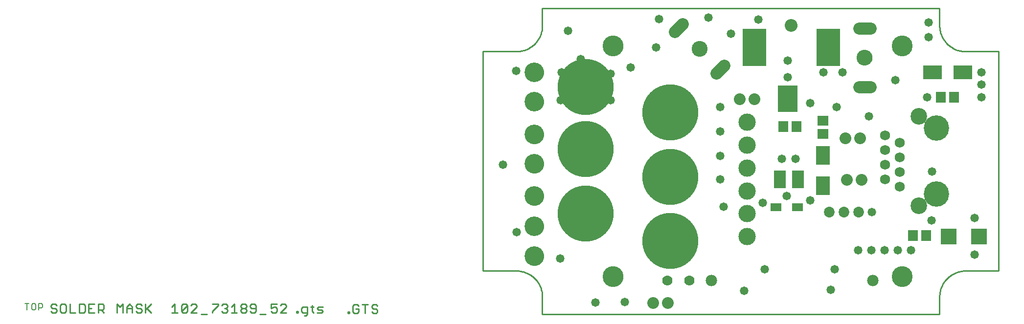
<source format=gts>
G75*
%MOIN*%
%OFA0B0*%
%FSLAX24Y24*%
%IPPOS*%
%LPD*%
%AMOC8*
5,1,8,0,0,1.08239X$1,22.5*
%
%ADD10C,0.0000*%
%ADD11C,0.1330*%
%ADD12C,0.0110*%
%ADD13C,0.0080*%
%ADD14C,0.0680*%
%ADD15C,0.1730*%
%ADD16C,0.1130*%
%ADD17C,0.1180*%
%ADD18C,0.0100*%
%ADD19C,0.1419*%
%ADD20R,0.0810X0.1210*%
%ADD21R,0.0946X0.1264*%
%ADD22R,0.0720X0.0680*%
%ADD23R,0.0680X0.0720*%
%ADD24C,0.3830*%
%ADD25C,0.0800*%
%ADD26C,0.0830*%
%ADD27C,0.1080*%
%ADD28R,0.1264X0.0946*%
%ADD29C,0.0780*%
%ADD30R,0.1615X0.2521*%
%ADD31R,0.1379X0.1812*%
%ADD32C,0.0867*%
%ADD33R,0.1080X0.1064*%
%ADD34C,0.0700*%
%ADD35R,0.0769X0.0580*%
%ADD36C,0.0730*%
%ADD37C,0.0580*%
D10*
X042875Y023950D02*
X042877Y024000D01*
X042883Y024049D01*
X042893Y024098D01*
X042906Y024145D01*
X042924Y024192D01*
X042945Y024237D01*
X042969Y024280D01*
X042997Y024321D01*
X043028Y024360D01*
X043062Y024396D01*
X043099Y024430D01*
X043139Y024460D01*
X043180Y024487D01*
X043224Y024511D01*
X043269Y024531D01*
X043316Y024547D01*
X043364Y024560D01*
X043413Y024569D01*
X043463Y024574D01*
X043512Y024575D01*
X043562Y024572D01*
X043611Y024565D01*
X043660Y024554D01*
X043707Y024540D01*
X043753Y024521D01*
X043798Y024499D01*
X043841Y024474D01*
X043881Y024445D01*
X043919Y024413D01*
X043955Y024379D01*
X043988Y024341D01*
X044017Y024301D01*
X044043Y024259D01*
X044066Y024215D01*
X044085Y024169D01*
X044101Y024122D01*
X044113Y024073D01*
X044121Y024024D01*
X044125Y023975D01*
X044125Y023925D01*
X044121Y023876D01*
X044113Y023827D01*
X044101Y023778D01*
X044085Y023731D01*
X044066Y023685D01*
X044043Y023641D01*
X044017Y023599D01*
X043988Y023559D01*
X043955Y023521D01*
X043919Y023487D01*
X043881Y023455D01*
X043841Y023426D01*
X043798Y023401D01*
X043753Y023379D01*
X043707Y023360D01*
X043660Y023346D01*
X043611Y023335D01*
X043562Y023328D01*
X043512Y023325D01*
X043463Y023326D01*
X043413Y023331D01*
X043364Y023340D01*
X043316Y023353D01*
X043269Y023369D01*
X043224Y023389D01*
X043180Y023413D01*
X043139Y023440D01*
X043099Y023470D01*
X043062Y023504D01*
X043028Y023540D01*
X042997Y023579D01*
X042969Y023620D01*
X042945Y023663D01*
X042924Y023708D01*
X042906Y023755D01*
X042893Y023802D01*
X042883Y023851D01*
X042877Y023900D01*
X042875Y023950D01*
X042875Y026000D02*
X042877Y026050D01*
X042883Y026099D01*
X042893Y026148D01*
X042906Y026195D01*
X042924Y026242D01*
X042945Y026287D01*
X042969Y026330D01*
X042997Y026371D01*
X043028Y026410D01*
X043062Y026446D01*
X043099Y026480D01*
X043139Y026510D01*
X043180Y026537D01*
X043224Y026561D01*
X043269Y026581D01*
X043316Y026597D01*
X043364Y026610D01*
X043413Y026619D01*
X043463Y026624D01*
X043512Y026625D01*
X043562Y026622D01*
X043611Y026615D01*
X043660Y026604D01*
X043707Y026590D01*
X043753Y026571D01*
X043798Y026549D01*
X043841Y026524D01*
X043881Y026495D01*
X043919Y026463D01*
X043955Y026429D01*
X043988Y026391D01*
X044017Y026351D01*
X044043Y026309D01*
X044066Y026265D01*
X044085Y026219D01*
X044101Y026172D01*
X044113Y026123D01*
X044121Y026074D01*
X044125Y026025D01*
X044125Y025975D01*
X044121Y025926D01*
X044113Y025877D01*
X044101Y025828D01*
X044085Y025781D01*
X044066Y025735D01*
X044043Y025691D01*
X044017Y025649D01*
X043988Y025609D01*
X043955Y025571D01*
X043919Y025537D01*
X043881Y025505D01*
X043841Y025476D01*
X043798Y025451D01*
X043753Y025429D01*
X043707Y025410D01*
X043660Y025396D01*
X043611Y025385D01*
X043562Y025378D01*
X043512Y025375D01*
X043463Y025376D01*
X043413Y025381D01*
X043364Y025390D01*
X043316Y025403D01*
X043269Y025419D01*
X043224Y025439D01*
X043180Y025463D01*
X043139Y025490D01*
X043099Y025520D01*
X043062Y025554D01*
X043028Y025590D01*
X042997Y025629D01*
X042969Y025670D01*
X042945Y025713D01*
X042924Y025758D01*
X042906Y025805D01*
X042893Y025852D01*
X042883Y025901D01*
X042877Y025950D01*
X042875Y026000D01*
X042875Y028050D02*
X042877Y028100D01*
X042883Y028149D01*
X042893Y028198D01*
X042906Y028245D01*
X042924Y028292D01*
X042945Y028337D01*
X042969Y028380D01*
X042997Y028421D01*
X043028Y028460D01*
X043062Y028496D01*
X043099Y028530D01*
X043139Y028560D01*
X043180Y028587D01*
X043224Y028611D01*
X043269Y028631D01*
X043316Y028647D01*
X043364Y028660D01*
X043413Y028669D01*
X043463Y028674D01*
X043512Y028675D01*
X043562Y028672D01*
X043611Y028665D01*
X043660Y028654D01*
X043707Y028640D01*
X043753Y028621D01*
X043798Y028599D01*
X043841Y028574D01*
X043881Y028545D01*
X043919Y028513D01*
X043955Y028479D01*
X043988Y028441D01*
X044017Y028401D01*
X044043Y028359D01*
X044066Y028315D01*
X044085Y028269D01*
X044101Y028222D01*
X044113Y028173D01*
X044121Y028124D01*
X044125Y028075D01*
X044125Y028025D01*
X044121Y027976D01*
X044113Y027927D01*
X044101Y027878D01*
X044085Y027831D01*
X044066Y027785D01*
X044043Y027741D01*
X044017Y027699D01*
X043988Y027659D01*
X043955Y027621D01*
X043919Y027587D01*
X043881Y027555D01*
X043841Y027526D01*
X043798Y027501D01*
X043753Y027479D01*
X043707Y027460D01*
X043660Y027446D01*
X043611Y027435D01*
X043562Y027428D01*
X043512Y027425D01*
X043463Y027426D01*
X043413Y027431D01*
X043364Y027440D01*
X043316Y027453D01*
X043269Y027469D01*
X043224Y027489D01*
X043180Y027513D01*
X043139Y027540D01*
X043099Y027570D01*
X043062Y027604D01*
X043028Y027640D01*
X042997Y027679D01*
X042969Y027720D01*
X042945Y027763D01*
X042924Y027808D01*
X042906Y027855D01*
X042893Y027902D01*
X042883Y027951D01*
X042877Y028000D01*
X042875Y028050D01*
X042875Y030250D02*
X042877Y030300D01*
X042883Y030349D01*
X042893Y030398D01*
X042906Y030445D01*
X042924Y030492D01*
X042945Y030537D01*
X042969Y030580D01*
X042997Y030621D01*
X043028Y030660D01*
X043062Y030696D01*
X043099Y030730D01*
X043139Y030760D01*
X043180Y030787D01*
X043224Y030811D01*
X043269Y030831D01*
X043316Y030847D01*
X043364Y030860D01*
X043413Y030869D01*
X043463Y030874D01*
X043512Y030875D01*
X043562Y030872D01*
X043611Y030865D01*
X043660Y030854D01*
X043707Y030840D01*
X043753Y030821D01*
X043798Y030799D01*
X043841Y030774D01*
X043881Y030745D01*
X043919Y030713D01*
X043955Y030679D01*
X043988Y030641D01*
X044017Y030601D01*
X044043Y030559D01*
X044066Y030515D01*
X044085Y030469D01*
X044101Y030422D01*
X044113Y030373D01*
X044121Y030324D01*
X044125Y030275D01*
X044125Y030225D01*
X044121Y030176D01*
X044113Y030127D01*
X044101Y030078D01*
X044085Y030031D01*
X044066Y029985D01*
X044043Y029941D01*
X044017Y029899D01*
X043988Y029859D01*
X043955Y029821D01*
X043919Y029787D01*
X043881Y029755D01*
X043841Y029726D01*
X043798Y029701D01*
X043753Y029679D01*
X043707Y029660D01*
X043660Y029646D01*
X043611Y029635D01*
X043562Y029628D01*
X043512Y029625D01*
X043463Y029626D01*
X043413Y029631D01*
X043364Y029640D01*
X043316Y029653D01*
X043269Y029669D01*
X043224Y029689D01*
X043180Y029713D01*
X043139Y029740D01*
X043099Y029770D01*
X043062Y029804D01*
X043028Y029840D01*
X042997Y029879D01*
X042969Y029920D01*
X042945Y029963D01*
X042924Y030008D01*
X042906Y030055D01*
X042893Y030102D01*
X042883Y030151D01*
X042877Y030200D01*
X042875Y030250D01*
X042875Y032250D02*
X042877Y032300D01*
X042883Y032349D01*
X042893Y032398D01*
X042906Y032445D01*
X042924Y032492D01*
X042945Y032537D01*
X042969Y032580D01*
X042997Y032621D01*
X043028Y032660D01*
X043062Y032696D01*
X043099Y032730D01*
X043139Y032760D01*
X043180Y032787D01*
X043224Y032811D01*
X043269Y032831D01*
X043316Y032847D01*
X043364Y032860D01*
X043413Y032869D01*
X043463Y032874D01*
X043512Y032875D01*
X043562Y032872D01*
X043611Y032865D01*
X043660Y032854D01*
X043707Y032840D01*
X043753Y032821D01*
X043798Y032799D01*
X043841Y032774D01*
X043881Y032745D01*
X043919Y032713D01*
X043955Y032679D01*
X043988Y032641D01*
X044017Y032601D01*
X044043Y032559D01*
X044066Y032515D01*
X044085Y032469D01*
X044101Y032422D01*
X044113Y032373D01*
X044121Y032324D01*
X044125Y032275D01*
X044125Y032225D01*
X044121Y032176D01*
X044113Y032127D01*
X044101Y032078D01*
X044085Y032031D01*
X044066Y031985D01*
X044043Y031941D01*
X044017Y031899D01*
X043988Y031859D01*
X043955Y031821D01*
X043919Y031787D01*
X043881Y031755D01*
X043841Y031726D01*
X043798Y031701D01*
X043753Y031679D01*
X043707Y031660D01*
X043660Y031646D01*
X043611Y031635D01*
X043562Y031628D01*
X043512Y031625D01*
X043463Y031626D01*
X043413Y031631D01*
X043364Y031640D01*
X043316Y031653D01*
X043269Y031669D01*
X043224Y031689D01*
X043180Y031713D01*
X043139Y031740D01*
X043099Y031770D01*
X043062Y031804D01*
X043028Y031840D01*
X042997Y031879D01*
X042969Y031920D01*
X042945Y031963D01*
X042924Y032008D01*
X042906Y032055D01*
X042893Y032102D01*
X042883Y032151D01*
X042877Y032200D01*
X042875Y032250D01*
X042875Y034500D02*
X042877Y034550D01*
X042883Y034599D01*
X042893Y034648D01*
X042906Y034695D01*
X042924Y034742D01*
X042945Y034787D01*
X042969Y034830D01*
X042997Y034871D01*
X043028Y034910D01*
X043062Y034946D01*
X043099Y034980D01*
X043139Y035010D01*
X043180Y035037D01*
X043224Y035061D01*
X043269Y035081D01*
X043316Y035097D01*
X043364Y035110D01*
X043413Y035119D01*
X043463Y035124D01*
X043512Y035125D01*
X043562Y035122D01*
X043611Y035115D01*
X043660Y035104D01*
X043707Y035090D01*
X043753Y035071D01*
X043798Y035049D01*
X043841Y035024D01*
X043881Y034995D01*
X043919Y034963D01*
X043955Y034929D01*
X043988Y034891D01*
X044017Y034851D01*
X044043Y034809D01*
X044066Y034765D01*
X044085Y034719D01*
X044101Y034672D01*
X044113Y034623D01*
X044121Y034574D01*
X044125Y034525D01*
X044125Y034475D01*
X044121Y034426D01*
X044113Y034377D01*
X044101Y034328D01*
X044085Y034281D01*
X044066Y034235D01*
X044043Y034191D01*
X044017Y034149D01*
X043988Y034109D01*
X043955Y034071D01*
X043919Y034037D01*
X043881Y034005D01*
X043841Y033976D01*
X043798Y033951D01*
X043753Y033929D01*
X043707Y033910D01*
X043660Y033896D01*
X043611Y033885D01*
X043562Y033878D01*
X043512Y033875D01*
X043463Y033876D01*
X043413Y033881D01*
X043364Y033890D01*
X043316Y033903D01*
X043269Y033919D01*
X043224Y033939D01*
X043180Y033963D01*
X043139Y033990D01*
X043099Y034020D01*
X043062Y034054D01*
X043028Y034090D01*
X042997Y034129D01*
X042969Y034170D01*
X042945Y034213D01*
X042924Y034258D01*
X042906Y034305D01*
X042893Y034352D01*
X042883Y034401D01*
X042877Y034450D01*
X042875Y034500D01*
X042875Y036500D02*
X042877Y036550D01*
X042883Y036599D01*
X042893Y036648D01*
X042906Y036695D01*
X042924Y036742D01*
X042945Y036787D01*
X042969Y036830D01*
X042997Y036871D01*
X043028Y036910D01*
X043062Y036946D01*
X043099Y036980D01*
X043139Y037010D01*
X043180Y037037D01*
X043224Y037061D01*
X043269Y037081D01*
X043316Y037097D01*
X043364Y037110D01*
X043413Y037119D01*
X043463Y037124D01*
X043512Y037125D01*
X043562Y037122D01*
X043611Y037115D01*
X043660Y037104D01*
X043707Y037090D01*
X043753Y037071D01*
X043798Y037049D01*
X043841Y037024D01*
X043881Y036995D01*
X043919Y036963D01*
X043955Y036929D01*
X043988Y036891D01*
X044017Y036851D01*
X044043Y036809D01*
X044066Y036765D01*
X044085Y036719D01*
X044101Y036672D01*
X044113Y036623D01*
X044121Y036574D01*
X044125Y036525D01*
X044125Y036475D01*
X044121Y036426D01*
X044113Y036377D01*
X044101Y036328D01*
X044085Y036281D01*
X044066Y036235D01*
X044043Y036191D01*
X044017Y036149D01*
X043988Y036109D01*
X043955Y036071D01*
X043919Y036037D01*
X043881Y036005D01*
X043841Y035976D01*
X043798Y035951D01*
X043753Y035929D01*
X043707Y035910D01*
X043660Y035896D01*
X043611Y035885D01*
X043562Y035878D01*
X043512Y035875D01*
X043463Y035876D01*
X043413Y035881D01*
X043364Y035890D01*
X043316Y035903D01*
X043269Y035919D01*
X043224Y035939D01*
X043180Y035963D01*
X043139Y035990D01*
X043099Y036020D01*
X043062Y036054D01*
X043028Y036090D01*
X042997Y036129D01*
X042969Y036170D01*
X042945Y036213D01*
X042924Y036258D01*
X042906Y036305D01*
X042893Y036352D01*
X042883Y036401D01*
X042877Y036450D01*
X042875Y036500D01*
X048189Y038307D02*
X048191Y038358D01*
X048197Y038409D01*
X048207Y038459D01*
X048220Y038509D01*
X048238Y038557D01*
X048258Y038604D01*
X048283Y038649D01*
X048311Y038692D01*
X048342Y038733D01*
X048376Y038771D01*
X048413Y038806D01*
X048452Y038839D01*
X048494Y038869D01*
X048538Y038895D01*
X048584Y038917D01*
X048632Y038937D01*
X048681Y038952D01*
X048731Y038964D01*
X048781Y038972D01*
X048832Y038976D01*
X048884Y038976D01*
X048935Y038972D01*
X048985Y038964D01*
X049035Y038952D01*
X049084Y038937D01*
X049132Y038917D01*
X049178Y038895D01*
X049222Y038869D01*
X049264Y038839D01*
X049303Y038806D01*
X049340Y038771D01*
X049374Y038733D01*
X049405Y038692D01*
X049433Y038649D01*
X049458Y038604D01*
X049478Y038557D01*
X049496Y038509D01*
X049509Y038459D01*
X049519Y038409D01*
X049525Y038358D01*
X049527Y038307D01*
X049525Y038256D01*
X049519Y038205D01*
X049509Y038155D01*
X049496Y038105D01*
X049478Y038057D01*
X049458Y038010D01*
X049433Y037965D01*
X049405Y037922D01*
X049374Y037881D01*
X049340Y037843D01*
X049303Y037808D01*
X049264Y037775D01*
X049222Y037745D01*
X049178Y037719D01*
X049132Y037697D01*
X049084Y037677D01*
X049035Y037662D01*
X048985Y037650D01*
X048935Y037642D01*
X048884Y037638D01*
X048832Y037638D01*
X048781Y037642D01*
X048731Y037650D01*
X048681Y037662D01*
X048632Y037677D01*
X048584Y037697D01*
X048538Y037719D01*
X048494Y037745D01*
X048452Y037775D01*
X048413Y037808D01*
X048376Y037843D01*
X048342Y037881D01*
X048311Y037922D01*
X048283Y037965D01*
X048258Y038010D01*
X048238Y038057D01*
X048220Y038105D01*
X048207Y038155D01*
X048197Y038205D01*
X048191Y038256D01*
X048189Y038307D01*
X054250Y038100D02*
X054252Y038144D01*
X054258Y038188D01*
X054268Y038231D01*
X054281Y038273D01*
X054298Y038314D01*
X054319Y038353D01*
X054343Y038390D01*
X054370Y038425D01*
X054400Y038457D01*
X054433Y038487D01*
X054469Y038513D01*
X054506Y038537D01*
X054546Y038556D01*
X054587Y038573D01*
X054630Y038585D01*
X054673Y038594D01*
X054717Y038599D01*
X054761Y038600D01*
X054805Y038597D01*
X054849Y038590D01*
X054892Y038579D01*
X054934Y038565D01*
X054974Y038547D01*
X055013Y038525D01*
X055049Y038501D01*
X055083Y038473D01*
X055115Y038442D01*
X055144Y038408D01*
X055170Y038372D01*
X055192Y038334D01*
X055211Y038294D01*
X055226Y038252D01*
X055238Y038210D01*
X055246Y038166D01*
X055250Y038122D01*
X055250Y038078D01*
X055246Y038034D01*
X055238Y037990D01*
X055226Y037948D01*
X055211Y037906D01*
X055192Y037866D01*
X055170Y037828D01*
X055144Y037792D01*
X055115Y037758D01*
X055083Y037727D01*
X055049Y037699D01*
X055013Y037675D01*
X054974Y037653D01*
X054934Y037635D01*
X054892Y037621D01*
X054849Y037610D01*
X054805Y037603D01*
X054761Y037600D01*
X054717Y037601D01*
X054673Y037606D01*
X054630Y037615D01*
X054587Y037627D01*
X054546Y037644D01*
X054506Y037663D01*
X054469Y037687D01*
X054433Y037713D01*
X054400Y037743D01*
X054370Y037775D01*
X054343Y037810D01*
X054319Y037847D01*
X054298Y037886D01*
X054281Y037927D01*
X054268Y037969D01*
X054258Y038012D01*
X054252Y038056D01*
X054250Y038100D01*
X060606Y039700D02*
X060608Y039739D01*
X060614Y039778D01*
X060624Y039816D01*
X060637Y039853D01*
X060654Y039888D01*
X060674Y039922D01*
X060698Y039953D01*
X060725Y039982D01*
X060754Y040008D01*
X060786Y040031D01*
X060820Y040051D01*
X060856Y040067D01*
X060893Y040079D01*
X060932Y040088D01*
X060971Y040093D01*
X061010Y040094D01*
X061049Y040091D01*
X061088Y040084D01*
X061125Y040073D01*
X061162Y040059D01*
X061197Y040041D01*
X061230Y040020D01*
X061261Y039995D01*
X061289Y039968D01*
X061314Y039938D01*
X061336Y039905D01*
X061355Y039871D01*
X061370Y039835D01*
X061382Y039797D01*
X061390Y039759D01*
X061394Y039720D01*
X061394Y039680D01*
X061390Y039641D01*
X061382Y039603D01*
X061370Y039565D01*
X061355Y039529D01*
X061336Y039495D01*
X061314Y039462D01*
X061289Y039432D01*
X061261Y039405D01*
X061230Y039380D01*
X061197Y039359D01*
X061162Y039341D01*
X061125Y039327D01*
X061088Y039316D01*
X061049Y039309D01*
X061010Y039306D01*
X060971Y039307D01*
X060932Y039312D01*
X060893Y039321D01*
X060856Y039333D01*
X060820Y039349D01*
X060786Y039369D01*
X060754Y039392D01*
X060725Y039418D01*
X060698Y039447D01*
X060674Y039478D01*
X060654Y039512D01*
X060637Y039547D01*
X060624Y039584D01*
X060614Y039622D01*
X060608Y039661D01*
X060606Y039700D01*
X065500Y037500D02*
X065502Y037544D01*
X065508Y037588D01*
X065518Y037631D01*
X065531Y037673D01*
X065548Y037714D01*
X065569Y037753D01*
X065593Y037790D01*
X065620Y037825D01*
X065650Y037857D01*
X065683Y037887D01*
X065719Y037913D01*
X065756Y037937D01*
X065796Y037956D01*
X065837Y037973D01*
X065880Y037985D01*
X065923Y037994D01*
X065967Y037999D01*
X066011Y038000D01*
X066055Y037997D01*
X066099Y037990D01*
X066142Y037979D01*
X066184Y037965D01*
X066224Y037947D01*
X066263Y037925D01*
X066299Y037901D01*
X066333Y037873D01*
X066365Y037842D01*
X066394Y037808D01*
X066420Y037772D01*
X066442Y037734D01*
X066461Y037694D01*
X066476Y037652D01*
X066488Y037610D01*
X066496Y037566D01*
X066500Y037522D01*
X066500Y037478D01*
X066496Y037434D01*
X066488Y037390D01*
X066476Y037348D01*
X066461Y037306D01*
X066442Y037266D01*
X066420Y037228D01*
X066394Y037192D01*
X066365Y037158D01*
X066333Y037127D01*
X066299Y037099D01*
X066263Y037075D01*
X066224Y037053D01*
X066184Y037035D01*
X066142Y037021D01*
X066099Y037010D01*
X066055Y037003D01*
X066011Y037000D01*
X065967Y037001D01*
X065923Y037006D01*
X065880Y037015D01*
X065837Y037027D01*
X065796Y037044D01*
X065756Y037063D01*
X065719Y037087D01*
X065683Y037113D01*
X065650Y037143D01*
X065620Y037175D01*
X065593Y037210D01*
X065569Y037247D01*
X065548Y037286D01*
X065531Y037327D01*
X065518Y037369D01*
X065508Y037412D01*
X065502Y037456D01*
X065500Y037500D01*
X067874Y038307D02*
X067876Y038358D01*
X067882Y038409D01*
X067892Y038459D01*
X067905Y038509D01*
X067923Y038557D01*
X067943Y038604D01*
X067968Y038649D01*
X067996Y038692D01*
X068027Y038733D01*
X068061Y038771D01*
X068098Y038806D01*
X068137Y038839D01*
X068179Y038869D01*
X068223Y038895D01*
X068269Y038917D01*
X068317Y038937D01*
X068366Y038952D01*
X068416Y038964D01*
X068466Y038972D01*
X068517Y038976D01*
X068569Y038976D01*
X068620Y038972D01*
X068670Y038964D01*
X068720Y038952D01*
X068769Y038937D01*
X068817Y038917D01*
X068863Y038895D01*
X068907Y038869D01*
X068949Y038839D01*
X068988Y038806D01*
X069025Y038771D01*
X069059Y038733D01*
X069090Y038692D01*
X069118Y038649D01*
X069143Y038604D01*
X069163Y038557D01*
X069181Y038509D01*
X069194Y038459D01*
X069204Y038409D01*
X069210Y038358D01*
X069212Y038307D01*
X069210Y038256D01*
X069204Y038205D01*
X069194Y038155D01*
X069181Y038105D01*
X069163Y038057D01*
X069143Y038010D01*
X069118Y037965D01*
X069090Y037922D01*
X069059Y037881D01*
X069025Y037843D01*
X068988Y037808D01*
X068949Y037775D01*
X068907Y037745D01*
X068863Y037719D01*
X068817Y037697D01*
X068769Y037677D01*
X068720Y037662D01*
X068670Y037650D01*
X068620Y037642D01*
X068569Y037638D01*
X068517Y037638D01*
X068466Y037642D01*
X068416Y037650D01*
X068366Y037662D01*
X068317Y037677D01*
X068269Y037697D01*
X068223Y037719D01*
X068179Y037745D01*
X068137Y037775D01*
X068098Y037808D01*
X068061Y037843D01*
X068027Y037881D01*
X067996Y037922D01*
X067968Y037965D01*
X067943Y038010D01*
X067923Y038057D01*
X067905Y038105D01*
X067892Y038155D01*
X067882Y038205D01*
X067876Y038256D01*
X067874Y038307D01*
X067874Y022559D02*
X067876Y022610D01*
X067882Y022661D01*
X067892Y022711D01*
X067905Y022761D01*
X067923Y022809D01*
X067943Y022856D01*
X067968Y022901D01*
X067996Y022944D01*
X068027Y022985D01*
X068061Y023023D01*
X068098Y023058D01*
X068137Y023091D01*
X068179Y023121D01*
X068223Y023147D01*
X068269Y023169D01*
X068317Y023189D01*
X068366Y023204D01*
X068416Y023216D01*
X068466Y023224D01*
X068517Y023228D01*
X068569Y023228D01*
X068620Y023224D01*
X068670Y023216D01*
X068720Y023204D01*
X068769Y023189D01*
X068817Y023169D01*
X068863Y023147D01*
X068907Y023121D01*
X068949Y023091D01*
X068988Y023058D01*
X069025Y023023D01*
X069059Y022985D01*
X069090Y022944D01*
X069118Y022901D01*
X069143Y022856D01*
X069163Y022809D01*
X069181Y022761D01*
X069194Y022711D01*
X069204Y022661D01*
X069210Y022610D01*
X069212Y022559D01*
X069210Y022508D01*
X069204Y022457D01*
X069194Y022407D01*
X069181Y022357D01*
X069163Y022309D01*
X069143Y022262D01*
X069118Y022217D01*
X069090Y022174D01*
X069059Y022133D01*
X069025Y022095D01*
X068988Y022060D01*
X068949Y022027D01*
X068907Y021997D01*
X068863Y021971D01*
X068817Y021949D01*
X068769Y021929D01*
X068720Y021914D01*
X068670Y021902D01*
X068620Y021894D01*
X068569Y021890D01*
X068517Y021890D01*
X068466Y021894D01*
X068416Y021902D01*
X068366Y021914D01*
X068317Y021929D01*
X068269Y021949D01*
X068223Y021971D01*
X068179Y021997D01*
X068137Y022027D01*
X068098Y022060D01*
X068061Y022095D01*
X068027Y022133D01*
X067996Y022174D01*
X067968Y022217D01*
X067943Y022262D01*
X067923Y022309D01*
X067905Y022357D01*
X067892Y022407D01*
X067882Y022457D01*
X067876Y022508D01*
X067874Y022559D01*
X048189Y022559D02*
X048191Y022610D01*
X048197Y022661D01*
X048207Y022711D01*
X048220Y022761D01*
X048238Y022809D01*
X048258Y022856D01*
X048283Y022901D01*
X048311Y022944D01*
X048342Y022985D01*
X048376Y023023D01*
X048413Y023058D01*
X048452Y023091D01*
X048494Y023121D01*
X048538Y023147D01*
X048584Y023169D01*
X048632Y023189D01*
X048681Y023204D01*
X048731Y023216D01*
X048781Y023224D01*
X048832Y023228D01*
X048884Y023228D01*
X048935Y023224D01*
X048985Y023216D01*
X049035Y023204D01*
X049084Y023189D01*
X049132Y023169D01*
X049178Y023147D01*
X049222Y023121D01*
X049264Y023091D01*
X049303Y023058D01*
X049340Y023023D01*
X049374Y022985D01*
X049405Y022944D01*
X049433Y022901D01*
X049458Y022856D01*
X049478Y022809D01*
X049496Y022761D01*
X049509Y022711D01*
X049519Y022661D01*
X049525Y022610D01*
X049527Y022559D01*
X049525Y022508D01*
X049519Y022457D01*
X049509Y022407D01*
X049496Y022357D01*
X049478Y022309D01*
X049458Y022262D01*
X049433Y022217D01*
X049405Y022174D01*
X049374Y022133D01*
X049340Y022095D01*
X049303Y022060D01*
X049264Y022027D01*
X049222Y021997D01*
X049178Y021971D01*
X049132Y021949D01*
X049084Y021929D01*
X049035Y021914D01*
X048985Y021902D01*
X048935Y021894D01*
X048884Y021890D01*
X048832Y021890D01*
X048781Y021894D01*
X048731Y021902D01*
X048681Y021914D01*
X048632Y021929D01*
X048584Y021949D01*
X048538Y021971D01*
X048494Y021997D01*
X048452Y022027D01*
X048413Y022060D01*
X048376Y022095D01*
X048342Y022133D01*
X048311Y022174D01*
X048283Y022217D01*
X048258Y022262D01*
X048238Y022309D01*
X048220Y022357D01*
X048207Y022407D01*
X048197Y022457D01*
X048191Y022508D01*
X048189Y022559D01*
D11*
X043500Y023950D03*
X043500Y026000D03*
X043500Y028050D03*
X043500Y030250D03*
X043500Y032250D03*
X043500Y034500D03*
X043500Y036500D03*
D12*
X010653Y020105D02*
X010555Y020203D01*
X010653Y020105D02*
X010850Y020105D01*
X010949Y020203D01*
X010949Y020302D01*
X010850Y020400D01*
X010653Y020400D01*
X010555Y020499D01*
X010555Y020597D01*
X010653Y020696D01*
X010850Y020696D01*
X010949Y020597D01*
X011200Y020597D02*
X011200Y020203D01*
X011298Y020105D01*
X011495Y020105D01*
X011593Y020203D01*
X011593Y020597D01*
X011495Y020696D01*
X011298Y020696D01*
X011200Y020597D01*
X011844Y020696D02*
X011844Y020105D01*
X012238Y020105D01*
X012489Y020105D02*
X012784Y020105D01*
X012882Y020203D01*
X012882Y020597D01*
X012784Y020696D01*
X012489Y020696D01*
X012489Y020105D01*
X013133Y020105D02*
X013133Y020696D01*
X013527Y020696D01*
X013778Y020696D02*
X013778Y020105D01*
X013778Y020302D02*
X014073Y020302D01*
X014171Y020400D01*
X014171Y020597D01*
X014073Y020696D01*
X013778Y020696D01*
X013975Y020302D02*
X014171Y020105D01*
X013527Y020105D02*
X013133Y020105D01*
X013133Y020400D02*
X013330Y020400D01*
X015067Y020105D02*
X015067Y020696D01*
X015264Y020499D01*
X015461Y020696D01*
X015461Y020105D01*
X015711Y020105D02*
X015711Y020499D01*
X015908Y020696D01*
X016105Y020499D01*
X016105Y020105D01*
X016356Y020203D02*
X016454Y020105D01*
X016651Y020105D01*
X016750Y020203D01*
X016750Y020302D01*
X016651Y020400D01*
X016454Y020400D01*
X016356Y020499D01*
X016356Y020597D01*
X016454Y020696D01*
X016651Y020696D01*
X016750Y020597D01*
X017000Y020696D02*
X017000Y020105D01*
X017000Y020302D02*
X017394Y020696D01*
X017099Y020400D02*
X017394Y020105D01*
X018805Y020105D02*
X019199Y020105D01*
X019002Y020105D02*
X019002Y020696D01*
X018805Y020499D01*
X019450Y020597D02*
X019548Y020696D01*
X019745Y020696D01*
X019843Y020597D01*
X019450Y020203D01*
X019548Y020105D01*
X019745Y020105D01*
X019843Y020203D01*
X019843Y020597D01*
X020094Y020597D02*
X020193Y020696D01*
X020389Y020696D01*
X020488Y020597D01*
X020488Y020499D01*
X020094Y020105D01*
X020488Y020105D01*
X020805Y020007D02*
X021199Y020007D01*
X021555Y020105D02*
X021555Y020203D01*
X021949Y020597D01*
X021949Y020696D01*
X021555Y020696D01*
X022200Y020597D02*
X022298Y020696D01*
X022495Y020696D01*
X022593Y020597D01*
X022593Y020499D01*
X022495Y020400D01*
X022593Y020302D01*
X022593Y020203D01*
X022495Y020105D01*
X022298Y020105D01*
X022200Y020203D01*
X022396Y020400D02*
X022495Y020400D01*
X022844Y020499D02*
X023041Y020696D01*
X023041Y020105D01*
X022844Y020105D02*
X023238Y020105D01*
X023489Y020203D02*
X023489Y020302D01*
X023587Y020400D01*
X023784Y020400D01*
X023882Y020302D01*
X023882Y020203D01*
X023784Y020105D01*
X023587Y020105D01*
X023489Y020203D01*
X023587Y020400D02*
X023489Y020499D01*
X023489Y020597D01*
X023587Y020696D01*
X023784Y020696D01*
X023882Y020597D01*
X023882Y020499D01*
X023784Y020400D01*
X024133Y020499D02*
X024232Y020400D01*
X024527Y020400D01*
X024527Y020203D02*
X024527Y020597D01*
X024428Y020696D01*
X024232Y020696D01*
X024133Y020597D01*
X024133Y020499D01*
X024133Y020203D02*
X024232Y020105D01*
X024428Y020105D01*
X024527Y020203D01*
X024805Y020007D02*
X025199Y020007D01*
X025555Y020203D02*
X025653Y020105D01*
X025850Y020105D01*
X025949Y020203D01*
X025949Y020400D01*
X025850Y020499D01*
X025752Y020499D01*
X025555Y020400D01*
X025555Y020696D01*
X025949Y020696D01*
X026200Y020597D02*
X026298Y020696D01*
X026495Y020696D01*
X026593Y020597D01*
X026593Y020499D01*
X026200Y020105D01*
X026593Y020105D01*
X027305Y020105D02*
X027305Y020203D01*
X027403Y020203D01*
X027403Y020105D01*
X027305Y020105D01*
X027627Y020203D02*
X027726Y020105D01*
X028021Y020105D01*
X028021Y020007D02*
X028021Y020499D01*
X027726Y020499D01*
X027627Y020400D01*
X027627Y020203D01*
X027824Y019908D02*
X027923Y019908D01*
X028021Y020007D01*
X028370Y020203D02*
X028469Y020105D01*
X028370Y020203D02*
X028370Y020597D01*
X028272Y020499D02*
X028469Y020499D01*
X028702Y020400D02*
X028800Y020499D01*
X029095Y020499D01*
X028997Y020302D02*
X028800Y020302D01*
X028702Y020400D01*
X028702Y020105D02*
X028997Y020105D01*
X029095Y020203D01*
X028997Y020302D01*
X030799Y020153D02*
X030897Y020153D01*
X030897Y020055D01*
X030799Y020055D01*
X030799Y020153D01*
X031121Y020153D02*
X031220Y020055D01*
X031417Y020055D01*
X031515Y020153D01*
X031515Y020350D01*
X031318Y020350D01*
X031121Y020547D02*
X031121Y020153D01*
X031121Y020547D02*
X031220Y020646D01*
X031417Y020646D01*
X031515Y020547D01*
X031766Y020646D02*
X032160Y020646D01*
X031963Y020646D02*
X031963Y020055D01*
X032410Y020153D02*
X032509Y020055D01*
X032706Y020055D01*
X032804Y020153D01*
X032804Y020252D01*
X032706Y020350D01*
X032509Y020350D01*
X032410Y020449D01*
X032410Y020547D01*
X032509Y020646D01*
X032706Y020646D01*
X032804Y020547D01*
X019450Y020597D02*
X019450Y020203D01*
X016105Y020400D02*
X015711Y020400D01*
D13*
X009991Y020500D02*
X009921Y020430D01*
X009711Y020430D01*
X009711Y020290D02*
X009711Y020710D01*
X009921Y020710D01*
X009991Y020640D01*
X009991Y020500D01*
X009531Y020360D02*
X009531Y020640D01*
X009461Y020710D01*
X009320Y020710D01*
X009250Y020640D01*
X009250Y020360D01*
X009320Y020290D01*
X009461Y020290D01*
X009531Y020360D01*
X009070Y020710D02*
X008790Y020710D01*
X008930Y020710D02*
X008930Y020290D01*
D14*
X067400Y029183D03*
X068400Y028683D03*
X068400Y029683D03*
X067400Y030183D03*
X067400Y031183D03*
X068400Y030683D03*
X068400Y031683D03*
X067400Y032183D03*
D15*
X070900Y032683D03*
X070900Y028183D03*
D16*
X069700Y027383D03*
X069700Y033483D03*
D17*
X058000Y033083D03*
X058000Y031523D03*
X058000Y029963D03*
X058000Y028403D03*
X058000Y026843D03*
X058000Y025283D03*
D18*
X071102Y021181D02*
X071102Y020000D01*
X044035Y020000D01*
X044035Y021181D01*
X044036Y021181D02*
X044034Y021263D01*
X044028Y021344D01*
X044019Y021426D01*
X044006Y021507D01*
X043989Y021587D01*
X043968Y021666D01*
X043944Y021744D01*
X043916Y021821D01*
X043885Y021897D01*
X043850Y021971D01*
X043812Y022043D01*
X043771Y022114D01*
X043726Y022182D01*
X043678Y022249D01*
X043627Y022313D01*
X043574Y022375D01*
X043517Y022434D01*
X043458Y022491D01*
X043396Y022544D01*
X043332Y022595D01*
X043265Y022643D01*
X043197Y022688D01*
X043126Y022729D01*
X043054Y022767D01*
X042980Y022802D01*
X042904Y022833D01*
X042827Y022861D01*
X042749Y022885D01*
X042670Y022906D01*
X042590Y022923D01*
X042509Y022936D01*
X042427Y022945D01*
X042346Y022951D01*
X042264Y022953D01*
X040000Y022953D01*
X040000Y037913D01*
X042264Y037913D01*
X042346Y037915D01*
X042427Y037921D01*
X042509Y037930D01*
X042590Y037943D01*
X042670Y037960D01*
X042749Y037981D01*
X042827Y038005D01*
X042904Y038033D01*
X042980Y038064D01*
X043054Y038099D01*
X043126Y038137D01*
X043197Y038178D01*
X043265Y038223D01*
X043332Y038271D01*
X043396Y038322D01*
X043458Y038375D01*
X043517Y038432D01*
X043574Y038491D01*
X043627Y038553D01*
X043678Y038617D01*
X043726Y038684D01*
X043771Y038752D01*
X043812Y038823D01*
X043850Y038895D01*
X043885Y038969D01*
X043916Y039045D01*
X043944Y039122D01*
X043968Y039200D01*
X043989Y039279D01*
X044006Y039359D01*
X044019Y039440D01*
X044028Y039522D01*
X044034Y039603D01*
X044036Y039685D01*
X044035Y039685D02*
X044035Y040866D01*
X071102Y040866D01*
X071102Y039685D01*
X071104Y039603D01*
X071110Y039522D01*
X071119Y039440D01*
X071132Y039359D01*
X071149Y039279D01*
X071170Y039200D01*
X071194Y039122D01*
X071222Y039045D01*
X071253Y038969D01*
X071288Y038895D01*
X071326Y038823D01*
X071367Y038752D01*
X071412Y038684D01*
X071460Y038617D01*
X071511Y038553D01*
X071564Y038491D01*
X071621Y038432D01*
X071680Y038375D01*
X071742Y038322D01*
X071806Y038271D01*
X071873Y038223D01*
X071941Y038178D01*
X072012Y038137D01*
X072084Y038099D01*
X072158Y038064D01*
X072234Y038033D01*
X072311Y038005D01*
X072389Y037981D01*
X072468Y037960D01*
X072548Y037943D01*
X072629Y037930D01*
X072711Y037921D01*
X072792Y037915D01*
X072874Y037913D01*
X075138Y037913D01*
X075138Y022953D01*
X072874Y022953D01*
X072792Y022951D01*
X072711Y022945D01*
X072629Y022936D01*
X072548Y022923D01*
X072468Y022906D01*
X072389Y022885D01*
X072311Y022861D01*
X072234Y022833D01*
X072158Y022802D01*
X072084Y022767D01*
X072012Y022729D01*
X071941Y022688D01*
X071873Y022643D01*
X071806Y022595D01*
X071742Y022544D01*
X071680Y022491D01*
X071621Y022434D01*
X071564Y022375D01*
X071511Y022313D01*
X071460Y022249D01*
X071412Y022182D01*
X071367Y022114D01*
X071326Y022043D01*
X071288Y021971D01*
X071253Y021897D01*
X071222Y021821D01*
X071194Y021744D01*
X071170Y021666D01*
X071149Y021587D01*
X071132Y021507D01*
X071119Y021426D01*
X071110Y021344D01*
X071104Y021263D01*
X071102Y021181D01*
D19*
X068543Y022559D03*
X048858Y022559D03*
X048858Y038307D03*
X068543Y038307D03*
D20*
X061470Y029200D03*
X060230Y029200D03*
D21*
X063150Y028775D03*
X063150Y030825D03*
D22*
X063150Y032300D03*
X063150Y033200D03*
D23*
X061350Y032800D03*
X060450Y032800D03*
X071200Y034800D03*
X072100Y034800D03*
X070200Y025350D03*
X069300Y025350D03*
D24*
X052750Y025000D03*
X052750Y029375D03*
X052750Y033750D03*
X047000Y035500D03*
X047000Y031250D03*
X047000Y026850D03*
D25*
X051600Y020750D03*
X052600Y020750D03*
X064800Y029150D03*
X065800Y029150D03*
X065700Y032000D03*
X064700Y032000D03*
X058500Y034650D03*
X057500Y034650D03*
D26*
X055899Y036421D02*
X056429Y036951D01*
X053601Y039779D02*
X053071Y039249D01*
X065625Y039500D02*
X066375Y039500D01*
X066375Y035500D02*
X065625Y035500D01*
D27*
X066000Y037500D03*
X054750Y038100D03*
D28*
X070625Y036500D03*
X072675Y036500D03*
D29*
X066560Y022300D03*
X055540Y022300D03*
D30*
X058480Y038204D03*
X063520Y038204D03*
D31*
X060744Y034680D03*
D32*
X061000Y039700D03*
D33*
X071720Y025300D03*
X073780Y025300D03*
D34*
X054050Y022300D03*
X052550Y022300D03*
D35*
X059963Y027300D03*
X061437Y027300D03*
D36*
X063600Y026950D03*
X064600Y026950D03*
X065600Y026950D03*
D37*
X066500Y026950D03*
X066450Y024350D03*
X065550Y024350D03*
X067350Y024350D03*
X068250Y024350D03*
X069150Y024350D03*
X070550Y026400D03*
X073500Y026550D03*
X073500Y024050D03*
X070600Y029733D03*
X066300Y033483D03*
X064100Y034133D03*
X062300Y034383D03*
X060743Y036150D03*
X060743Y037300D03*
X063200Y036500D03*
X064500Y036500D03*
X068100Y035950D03*
X070250Y034783D03*
X073950Y034800D03*
X073950Y035650D03*
X073950Y036500D03*
X070343Y038900D03*
X070343Y039900D03*
X058750Y040083D03*
X056900Y039133D03*
X055350Y040233D03*
X052000Y040133D03*
X051800Y038183D03*
X050050Y036833D03*
X048700Y036383D03*
X048700Y034583D03*
X045300Y034583D03*
X045350Y036483D03*
X046650Y037383D03*
X045800Y039333D03*
X042250Y036583D03*
X041350Y030183D03*
X042300Y025583D03*
X045250Y023783D03*
X047670Y020783D03*
X049650Y020833D03*
X057800Y021600D03*
X059200Y023050D03*
X063700Y021650D03*
X063950Y023050D03*
X062300Y027750D03*
X060700Y028050D03*
X059050Y027600D03*
X056400Y027323D03*
X056150Y029200D03*
X056150Y030783D03*
X056150Y032453D03*
X056150Y034123D03*
X060350Y030583D03*
X061300Y030583D03*
M02*

</source>
